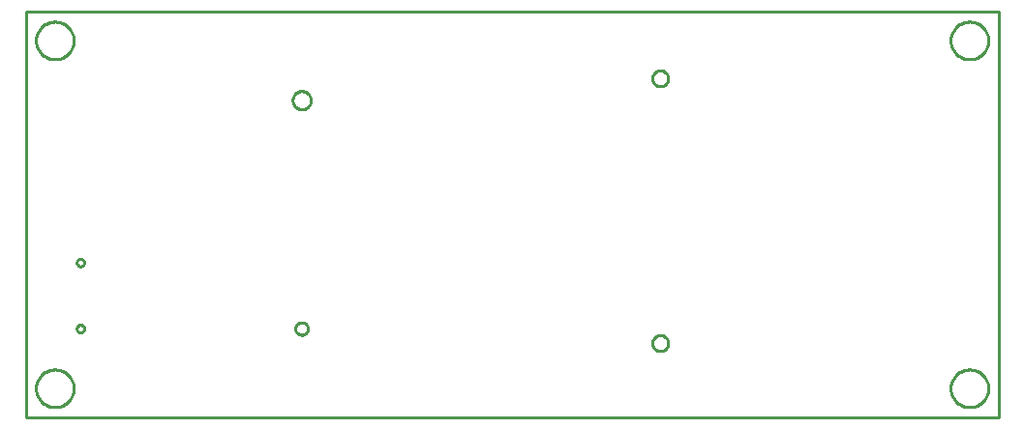
<source format=gbr>
G04 EAGLE Gerber RS-274X export*
G75*
%MOMM*%
%FSLAX34Y34*%
%LPD*%
%IN*%
%IPPOS*%
%AMOC8*
5,1,8,0,0,1.08239X$1,22.5*%
G01*
%ADD10C,0.254000*%


D10*
X0Y0D02*
X850900Y0D01*
X850900Y355600D01*
X0Y355600D01*
X0Y0D01*
X47567Y132330D02*
X47145Y132386D01*
X46733Y132496D01*
X46339Y132659D01*
X45971Y132872D01*
X45633Y133131D01*
X45331Y133433D01*
X45072Y133771D01*
X44859Y134139D01*
X44696Y134533D01*
X44586Y134945D01*
X44530Y135367D01*
X44530Y135793D01*
X44586Y136215D01*
X44696Y136627D01*
X44859Y137021D01*
X45072Y137389D01*
X45331Y137727D01*
X45633Y138029D01*
X45971Y138288D01*
X46339Y138501D01*
X46733Y138664D01*
X47145Y138774D01*
X47567Y138830D01*
X47993Y138830D01*
X48415Y138774D01*
X48827Y138664D01*
X49221Y138501D01*
X49589Y138288D01*
X49927Y138029D01*
X50229Y137727D01*
X50488Y137389D01*
X50701Y137021D01*
X50864Y136627D01*
X50974Y136215D01*
X51030Y135793D01*
X51030Y135367D01*
X50974Y134945D01*
X50864Y134533D01*
X50701Y134139D01*
X50488Y133771D01*
X50229Y133433D01*
X49927Y133131D01*
X49589Y132872D01*
X49221Y132659D01*
X48827Y132496D01*
X48415Y132386D01*
X47993Y132330D01*
X47567Y132330D01*
X47567Y74530D02*
X47145Y74586D01*
X46733Y74696D01*
X46339Y74859D01*
X45971Y75072D01*
X45633Y75331D01*
X45331Y75633D01*
X45072Y75971D01*
X44859Y76339D01*
X44696Y76733D01*
X44586Y77145D01*
X44530Y77567D01*
X44530Y77993D01*
X44586Y78415D01*
X44696Y78827D01*
X44859Y79221D01*
X45072Y79589D01*
X45331Y79927D01*
X45633Y80229D01*
X45971Y80488D01*
X46339Y80701D01*
X46733Y80864D01*
X47145Y80974D01*
X47567Y81030D01*
X47993Y81030D01*
X48415Y80974D01*
X48827Y80864D01*
X49221Y80701D01*
X49589Y80488D01*
X49927Y80229D01*
X50229Y79927D01*
X50488Y79589D01*
X50701Y79221D01*
X50864Y78827D01*
X50974Y78415D01*
X51030Y77993D01*
X51030Y77567D01*
X50974Y77145D01*
X50864Y76733D01*
X50701Y76339D01*
X50488Y75971D01*
X50229Y75633D01*
X49927Y75331D01*
X49589Y75072D01*
X49221Y74859D01*
X48827Y74696D01*
X48415Y74586D01*
X47993Y74530D01*
X47567Y74530D01*
X842010Y329660D02*
X841939Y328581D01*
X841798Y327509D01*
X841587Y326449D01*
X841308Y325405D01*
X840960Y324381D01*
X840546Y323383D01*
X840068Y322413D01*
X839528Y321477D01*
X838927Y320578D01*
X838269Y319721D01*
X837557Y318908D01*
X836792Y318144D01*
X835979Y317431D01*
X835122Y316773D01*
X834223Y316172D01*
X833287Y315632D01*
X832317Y315154D01*
X831319Y314740D01*
X830295Y314392D01*
X829251Y314113D01*
X828191Y313902D01*
X827119Y313761D01*
X826040Y313690D01*
X824960Y313690D01*
X823881Y313761D01*
X822809Y313902D01*
X821749Y314113D01*
X820705Y314392D01*
X819681Y314740D01*
X818683Y315154D01*
X817713Y315632D01*
X816777Y316172D01*
X815878Y316773D01*
X815021Y317431D01*
X814208Y318144D01*
X813444Y318908D01*
X812731Y319721D01*
X812073Y320578D01*
X811472Y321477D01*
X810932Y322413D01*
X810454Y323383D01*
X810040Y324381D01*
X809692Y325405D01*
X809413Y326449D01*
X809202Y327509D01*
X809061Y328581D01*
X808990Y329660D01*
X808990Y330740D01*
X809061Y331819D01*
X809202Y332891D01*
X809413Y333951D01*
X809692Y334995D01*
X810040Y336019D01*
X810454Y337017D01*
X810932Y337987D01*
X811472Y338923D01*
X812073Y339822D01*
X812731Y340679D01*
X813444Y341492D01*
X814208Y342257D01*
X815021Y342969D01*
X815878Y343627D01*
X816777Y344228D01*
X817713Y344768D01*
X818683Y345246D01*
X819681Y345660D01*
X820705Y346008D01*
X821749Y346287D01*
X822809Y346498D01*
X823881Y346639D01*
X824960Y346710D01*
X826040Y346710D01*
X827119Y346639D01*
X828191Y346498D01*
X829251Y346287D01*
X830295Y346008D01*
X831319Y345660D01*
X832317Y345246D01*
X833287Y344768D01*
X834223Y344228D01*
X835122Y343627D01*
X835979Y342969D01*
X836792Y342257D01*
X837557Y341492D01*
X838269Y340679D01*
X838927Y339822D01*
X839528Y338923D01*
X840068Y337987D01*
X840546Y337017D01*
X840960Y336019D01*
X841308Y334995D01*
X841587Y333951D01*
X841798Y332891D01*
X841939Y331819D01*
X842010Y330740D01*
X842010Y329660D01*
X41910Y329660D02*
X41839Y328581D01*
X41698Y327509D01*
X41487Y326449D01*
X41208Y325405D01*
X40860Y324381D01*
X40446Y323383D01*
X39968Y322413D01*
X39428Y321477D01*
X38827Y320578D01*
X38169Y319721D01*
X37457Y318908D01*
X36692Y318144D01*
X35879Y317431D01*
X35022Y316773D01*
X34123Y316172D01*
X33187Y315632D01*
X32217Y315154D01*
X31219Y314740D01*
X30195Y314392D01*
X29151Y314113D01*
X28091Y313902D01*
X27019Y313761D01*
X25940Y313690D01*
X24860Y313690D01*
X23781Y313761D01*
X22709Y313902D01*
X21649Y314113D01*
X20605Y314392D01*
X19581Y314740D01*
X18583Y315154D01*
X17613Y315632D01*
X16677Y316172D01*
X15778Y316773D01*
X14921Y317431D01*
X14108Y318144D01*
X13344Y318908D01*
X12631Y319721D01*
X11973Y320578D01*
X11372Y321477D01*
X10832Y322413D01*
X10354Y323383D01*
X9940Y324381D01*
X9592Y325405D01*
X9313Y326449D01*
X9102Y327509D01*
X8961Y328581D01*
X8890Y329660D01*
X8890Y330740D01*
X8961Y331819D01*
X9102Y332891D01*
X9313Y333951D01*
X9592Y334995D01*
X9940Y336019D01*
X10354Y337017D01*
X10832Y337987D01*
X11372Y338923D01*
X11973Y339822D01*
X12631Y340679D01*
X13344Y341492D01*
X14108Y342257D01*
X14921Y342969D01*
X15778Y343627D01*
X16677Y344228D01*
X17613Y344768D01*
X18583Y345246D01*
X19581Y345660D01*
X20605Y346008D01*
X21649Y346287D01*
X22709Y346498D01*
X23781Y346639D01*
X24860Y346710D01*
X25940Y346710D01*
X27019Y346639D01*
X28091Y346498D01*
X29151Y346287D01*
X30195Y346008D01*
X31219Y345660D01*
X32217Y345246D01*
X33187Y344768D01*
X34123Y344228D01*
X35022Y343627D01*
X35879Y342969D01*
X36692Y342257D01*
X37457Y341492D01*
X38169Y340679D01*
X38827Y339822D01*
X39428Y338923D01*
X39968Y337987D01*
X40446Y337017D01*
X40860Y336019D01*
X41208Y334995D01*
X41487Y333951D01*
X41698Y332891D01*
X41839Y331819D01*
X41910Y330740D01*
X41910Y329660D01*
X842010Y24860D02*
X841939Y23781D01*
X841798Y22709D01*
X841587Y21649D01*
X841308Y20605D01*
X840960Y19581D01*
X840546Y18583D01*
X840068Y17613D01*
X839528Y16677D01*
X838927Y15778D01*
X838269Y14921D01*
X837557Y14108D01*
X836792Y13344D01*
X835979Y12631D01*
X835122Y11973D01*
X834223Y11372D01*
X833287Y10832D01*
X832317Y10354D01*
X831319Y9940D01*
X830295Y9592D01*
X829251Y9313D01*
X828191Y9102D01*
X827119Y8961D01*
X826040Y8890D01*
X824960Y8890D01*
X823881Y8961D01*
X822809Y9102D01*
X821749Y9313D01*
X820705Y9592D01*
X819681Y9940D01*
X818683Y10354D01*
X817713Y10832D01*
X816777Y11372D01*
X815878Y11973D01*
X815021Y12631D01*
X814208Y13344D01*
X813444Y14108D01*
X812731Y14921D01*
X812073Y15778D01*
X811472Y16677D01*
X810932Y17613D01*
X810454Y18583D01*
X810040Y19581D01*
X809692Y20605D01*
X809413Y21649D01*
X809202Y22709D01*
X809061Y23781D01*
X808990Y24860D01*
X808990Y25940D01*
X809061Y27019D01*
X809202Y28091D01*
X809413Y29151D01*
X809692Y30195D01*
X810040Y31219D01*
X810454Y32217D01*
X810932Y33187D01*
X811472Y34123D01*
X812073Y35022D01*
X812731Y35879D01*
X813444Y36692D01*
X814208Y37457D01*
X815021Y38169D01*
X815878Y38827D01*
X816777Y39428D01*
X817713Y39968D01*
X818683Y40446D01*
X819681Y40860D01*
X820705Y41208D01*
X821749Y41487D01*
X822809Y41698D01*
X823881Y41839D01*
X824960Y41910D01*
X826040Y41910D01*
X827119Y41839D01*
X828191Y41698D01*
X829251Y41487D01*
X830295Y41208D01*
X831319Y40860D01*
X832317Y40446D01*
X833287Y39968D01*
X834223Y39428D01*
X835122Y38827D01*
X835979Y38169D01*
X836792Y37457D01*
X837557Y36692D01*
X838269Y35879D01*
X838927Y35022D01*
X839528Y34123D01*
X840068Y33187D01*
X840546Y32217D01*
X840960Y31219D01*
X841308Y30195D01*
X841587Y29151D01*
X841798Y28091D01*
X841939Y27019D01*
X842010Y25940D01*
X842010Y24860D01*
X41910Y24860D02*
X41839Y23781D01*
X41698Y22709D01*
X41487Y21649D01*
X41208Y20605D01*
X40860Y19581D01*
X40446Y18583D01*
X39968Y17613D01*
X39428Y16677D01*
X38827Y15778D01*
X38169Y14921D01*
X37457Y14108D01*
X36692Y13344D01*
X35879Y12631D01*
X35022Y11973D01*
X34123Y11372D01*
X33187Y10832D01*
X32217Y10354D01*
X31219Y9940D01*
X30195Y9592D01*
X29151Y9313D01*
X28091Y9102D01*
X27019Y8961D01*
X25940Y8890D01*
X24860Y8890D01*
X23781Y8961D01*
X22709Y9102D01*
X21649Y9313D01*
X20605Y9592D01*
X19581Y9940D01*
X18583Y10354D01*
X17613Y10832D01*
X16677Y11372D01*
X15778Y11973D01*
X14921Y12631D01*
X14108Y13344D01*
X13344Y14108D01*
X12631Y14921D01*
X11973Y15778D01*
X11372Y16677D01*
X10832Y17613D01*
X10354Y18583D01*
X9940Y19581D01*
X9592Y20605D01*
X9313Y21649D01*
X9102Y22709D01*
X8961Y23781D01*
X8890Y24860D01*
X8890Y25940D01*
X8961Y27019D01*
X9102Y28091D01*
X9313Y29151D01*
X9592Y30195D01*
X9940Y31219D01*
X10354Y32217D01*
X10832Y33187D01*
X11372Y34123D01*
X11973Y35022D01*
X12631Y35879D01*
X13344Y36692D01*
X14108Y37457D01*
X14921Y38169D01*
X15778Y38827D01*
X16677Y39428D01*
X17613Y39968D01*
X18583Y40446D01*
X19581Y40860D01*
X20605Y41208D01*
X21649Y41487D01*
X22709Y41698D01*
X23781Y41839D01*
X24860Y41910D01*
X25940Y41910D01*
X27019Y41839D01*
X28091Y41698D01*
X29151Y41487D01*
X30195Y41208D01*
X31219Y40860D01*
X32217Y40446D01*
X33187Y39968D01*
X34123Y39428D01*
X35022Y38827D01*
X35879Y38169D01*
X36692Y37457D01*
X37457Y36692D01*
X38169Y35879D01*
X38827Y35022D01*
X39428Y34123D01*
X39968Y33187D01*
X40446Y32217D01*
X40860Y31219D01*
X41208Y30195D01*
X41487Y29151D01*
X41698Y28091D01*
X41839Y27019D01*
X41910Y25940D01*
X41910Y24860D01*
X240991Y72300D02*
X240377Y72369D01*
X239775Y72507D01*
X239192Y72711D01*
X238635Y72979D01*
X238112Y73307D01*
X237629Y73693D01*
X237193Y74129D01*
X236807Y74612D01*
X236479Y75135D01*
X236211Y75692D01*
X236007Y76275D01*
X235869Y76877D01*
X235800Y77491D01*
X235800Y78109D01*
X235869Y78723D01*
X236007Y79325D01*
X236211Y79908D01*
X236479Y80465D01*
X236807Y80988D01*
X237193Y81471D01*
X237629Y81908D01*
X238112Y82293D01*
X238635Y82621D01*
X239192Y82889D01*
X239775Y83093D01*
X240377Y83231D01*
X240991Y83300D01*
X241609Y83300D01*
X242223Y83231D01*
X242825Y83093D01*
X243408Y82889D01*
X243965Y82621D01*
X244488Y82293D01*
X244971Y81908D01*
X245408Y81471D01*
X245793Y80988D01*
X246121Y80465D01*
X246389Y79908D01*
X246593Y79325D01*
X246731Y78723D01*
X246800Y78109D01*
X246800Y77491D01*
X246731Y76877D01*
X246593Y76275D01*
X246389Y75692D01*
X246121Y75135D01*
X245793Y74612D01*
X245408Y74129D01*
X244971Y73693D01*
X244488Y73307D01*
X243965Y72979D01*
X243408Y72711D01*
X242825Y72507D01*
X242223Y72369D01*
X241609Y72300D01*
X240991Y72300D01*
X240907Y269800D02*
X240125Y269877D01*
X239354Y270030D01*
X238602Y270259D01*
X237875Y270559D01*
X237182Y270930D01*
X236529Y271367D01*
X235921Y271865D01*
X235365Y272421D01*
X234867Y273029D01*
X234430Y273682D01*
X234059Y274375D01*
X233759Y275102D01*
X233530Y275854D01*
X233377Y276625D01*
X233300Y277407D01*
X233300Y278193D01*
X233377Y278975D01*
X233530Y279746D01*
X233759Y280498D01*
X234059Y281225D01*
X234430Y281918D01*
X234867Y282571D01*
X235365Y283179D01*
X235921Y283735D01*
X236529Y284233D01*
X237182Y284670D01*
X237875Y285041D01*
X238602Y285341D01*
X239354Y285570D01*
X240125Y285723D01*
X240907Y285800D01*
X241693Y285800D01*
X242475Y285723D01*
X243246Y285570D01*
X243998Y285341D01*
X244725Y285041D01*
X245418Y284670D01*
X246071Y284233D01*
X246679Y283735D01*
X247235Y283179D01*
X247733Y282571D01*
X248170Y281918D01*
X248541Y281225D01*
X248841Y280498D01*
X249070Y279746D01*
X249223Y278975D01*
X249300Y278193D01*
X249300Y277407D01*
X249223Y276625D01*
X249070Y275854D01*
X248841Y275102D01*
X248541Y274375D01*
X248170Y273682D01*
X247733Y273029D01*
X247235Y272421D01*
X246679Y271865D01*
X246071Y271367D01*
X245418Y270930D01*
X244725Y270559D01*
X243998Y270259D01*
X243246Y270030D01*
X242475Y269877D01*
X241693Y269800D01*
X240907Y269800D01*
X554646Y289944D02*
X553962Y290011D01*
X553287Y290146D01*
X552629Y290345D01*
X551994Y290609D01*
X551387Y290933D01*
X550815Y291315D01*
X550283Y291751D01*
X549797Y292237D01*
X549361Y292769D01*
X548979Y293341D01*
X548654Y293948D01*
X548391Y294583D01*
X548192Y295241D01*
X548057Y295916D01*
X547990Y296600D01*
X547990Y297288D01*
X548057Y297972D01*
X548192Y298647D01*
X548391Y299305D01*
X548654Y299941D01*
X548979Y300547D01*
X549361Y301119D01*
X549797Y301651D01*
X550283Y302137D01*
X550815Y302573D01*
X551387Y302955D01*
X551994Y303280D01*
X552629Y303543D01*
X553287Y303742D01*
X553962Y303877D01*
X554646Y303944D01*
X555334Y303944D01*
X556018Y303877D01*
X556693Y303742D01*
X557351Y303543D01*
X557987Y303280D01*
X558593Y302955D01*
X559165Y302573D01*
X559697Y302137D01*
X560183Y301651D01*
X560619Y301119D01*
X561001Y300547D01*
X561326Y299941D01*
X561589Y299305D01*
X561788Y298647D01*
X561923Y297972D01*
X561990Y297288D01*
X561990Y296600D01*
X561923Y295916D01*
X561788Y295241D01*
X561589Y294583D01*
X561326Y293948D01*
X561001Y293341D01*
X560619Y292769D01*
X560183Y292237D01*
X559697Y291751D01*
X559165Y291315D01*
X558593Y290933D01*
X557987Y290609D01*
X557351Y290345D01*
X556693Y290146D01*
X556018Y290011D01*
X555334Y289944D01*
X554646Y289944D01*
X554646Y57944D02*
X553962Y58011D01*
X553287Y58146D01*
X552629Y58345D01*
X551994Y58608D01*
X551387Y58933D01*
X550815Y59315D01*
X550283Y59751D01*
X549797Y60237D01*
X549361Y60769D01*
X548979Y61341D01*
X548654Y61948D01*
X548391Y62583D01*
X548192Y63241D01*
X548057Y63916D01*
X547990Y64600D01*
X547990Y65288D01*
X548057Y65972D01*
X548192Y66647D01*
X548391Y67305D01*
X548654Y67941D01*
X548979Y68547D01*
X549361Y69119D01*
X549797Y69651D01*
X550283Y70137D01*
X550815Y70573D01*
X551387Y70955D01*
X551994Y71280D01*
X552629Y71543D01*
X553287Y71742D01*
X553962Y71877D01*
X554646Y71944D01*
X555334Y71944D01*
X556018Y71877D01*
X556693Y71742D01*
X557351Y71543D01*
X557987Y71280D01*
X558593Y70955D01*
X559165Y70573D01*
X559697Y70137D01*
X560183Y69651D01*
X560619Y69119D01*
X561001Y68547D01*
X561326Y67941D01*
X561589Y67305D01*
X561788Y66647D01*
X561923Y65972D01*
X561990Y65288D01*
X561990Y64600D01*
X561923Y63916D01*
X561788Y63241D01*
X561589Y62583D01*
X561326Y61948D01*
X561001Y61341D01*
X560619Y60769D01*
X560183Y60237D01*
X559697Y59751D01*
X559165Y59315D01*
X558593Y58933D01*
X557987Y58608D01*
X557351Y58345D01*
X556693Y58146D01*
X556018Y58011D01*
X555334Y57944D01*
X554646Y57944D01*
M02*

</source>
